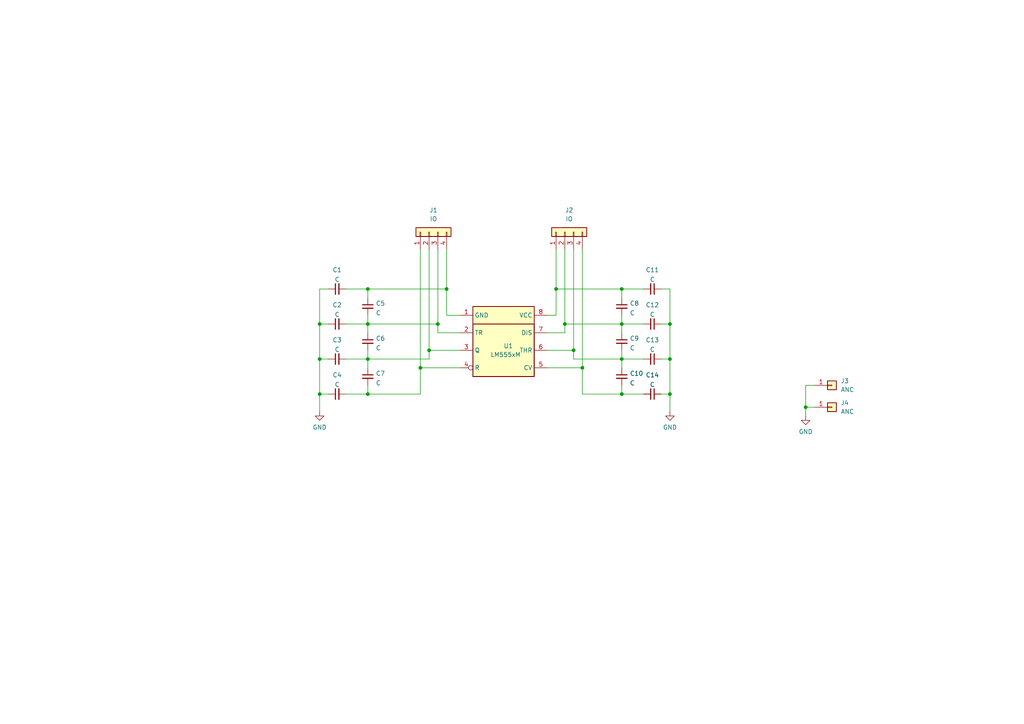
<source format=kicad_sch>
(kicad_sch (version 20211123) (generator eeschema)
  (paper "A4")
  (lib_symbols
    (symbol "Connector_Generic:Conn_01x01" (pin_names (offset 1.016) hide)
      (property "Reference" "J" (at 0 2.54 0))
      (property "Value" "Conn_01x01" (at 0 -2.54 0))
      (symbol "Conn_01x01_1_1"
        (rectangle (start -1.27 0.127) (end 0 -0.127) (stroke (width 0.1524)))
        (rectangle (start -1.27 1.27) (end 1.27 -1.27) (stroke (width 0.254)) (fill (type background)))
        (pin passive line (at -5.08 0 0) (length 3.81) (name "Pin_1") (number "1"))
      )
    )
    (symbol "Connector_Generic:Conn_01x04" (pin_names (offset 1.016) hide)
      (property "Reference" "J" (at 0 5.08 0))
      (property "Value" "Conn_01x04" (at 0 -7.62 0))
      (symbol "Conn_01x04_1_1"
        (rectangle (start -1.27 -4.953) (end 0 -5.207) (stroke (width 0.1524)))
        (rectangle (start -1.27 -2.413) (end 0 -2.667) (stroke (width 0.1524)))
        (rectangle (start -1.27 0.127) (end 0 -0.127) (stroke (width 0.1524)))
        (rectangle (start -1.27 2.667) (end 0 2.413) (stroke (width 0.1524)))
        (rectangle (start -1.27 3.81) (end 1.27 -6.35) (stroke (width 0.254)) (fill (type background)))
        (pin passive line (at -5.08 2.54 0) (length 3.81) (name "Pin_1") (number "1"))
        (pin passive line (at -5.08 0 0) (length 3.81) (name "Pin_2") (number "2"))
        (pin passive line (at -5.08 -2.54 0) (length 3.81) (name "Pin_3") (number "3"))
        (pin passive line (at -5.08 -5.08 0) (length 3.81) (name "Pin_4") (number "4"))
      )
    )
    (symbol "Device:C_Small" (pin_numbers hide) (pin_names (offset 0.254) hide)
      (property "Reference" "C" (at 0.254 1.778 0))
      (property "Value" "C_Small" (at 0.254 -2.032 0))
      (symbol "C_Small_0_1"
        (polyline (pts (xy -1.524 -0.508) (xy 1.524 -0.508)) (stroke (width 0.3302)))
        (polyline (pts (xy -1.524 0.508) (xy 1.524 0.508)) (stroke (width 0.3048)))
      )
      (symbol "C_Small_1_1"
        (pin passive line (at 0 2.54 270) (length 2.032) (name "~") (number "1"))
        (pin passive line (at 0 -2.54 90) (length 2.032) (name "~") (number "2"))
      )
    )
    (symbol "Timer:LM555xM"
      (property "Reference" "U?" (at 0 1.27 0))
      (property "Value" "LM555xM" (at -3.81 -1.27 0))
      (symbol "LM555xM_0_0"
        (pin power_in line (at -12.7 10.16 0) (length 3.81) (name "GND") (number "1"))
        (pin power_in line (at 12.7 10.16 180) (length 3.81) (name "VCC") (number "8"))
      )
      (symbol "LM555xM_0_1"
        (rectangle (start -8.89 -7.62) (end 8.89 7.62) (stroke (width 0.254)) (fill (type background)))
        (rectangle (start -8.89 12.7) (end 8.89 -7.62) (stroke (width 0.254)) (fill (type background)))
      )
      (symbol "LM555xM_1_1"
        (pin input line (at -12.7 5.08 0) (length 3.81) (name "TR") (number "2"))
        (pin output line (at -12.7 0 0) (length 3.81) (name "Q") (number "3"))
        (pin input inverted (at -12.7 -5.08 0) (length 3.81) (name "R") (number "4"))
        (pin input line (at 12.7 -5.08 180) (length 3.81) (name "CV") (number "5"))
        (pin input line (at 12.7 0 180) (length 3.81) (name "THR") (number "6"))
        (pin input line (at 12.7 5.08 180) (length 3.81) (name "DIS") (number "7"))
      )
    )
    (symbol "power:GND" (power) (pin_names (offset 0))
      (property "Value" "GND" (at 0 -3.81 0))
      (symbol "GND_0_1"
        (polyline (pts (xy 0 0) (xy 0 -1.27) (xy 1.27 -1.27) (xy 0 -2.54) (xy -1.27 -1.27) (xy 0 -1.27)))
      )
      (symbol "GND_1_1"
        (pin power_in line (at 0 0 270) (length 0) hide (name "GND") (number "1"))
      )
    )
  )
  (junction (at 180.34 83.82))
  (junction (at 124.46 101.6))
  (junction (at 194.31 114.3))
  (junction (at 166.37 101.6))
  (junction (at 163.83 93.98))
  (junction (at 106.68 83.82))
  (junction (at 106.68 114.3))
  (junction (at 233.68 118.11))
  (junction (at 180.34 93.98))
  (junction (at 168.91 106.68))
  (junction (at 106.68 93.98))
  (junction (at 129.54 83.82))
  (junction (at 194.31 93.98))
  (junction (at 161.29 83.82))
  (junction (at 106.68 104.14))
  (junction (at 127 93.98))
  (junction (at 121.92 106.68))
  (junction (at 92.71 114.3))
  (junction (at 194.31 104.14))
  (junction (at 92.71 93.98))
  (junction (at 180.34 104.14))
  (junction (at 180.34 114.3))
  (junction (at 92.71 104.14))
  (wire (pts (xy 106.68 83.82) (xy 129.54 83.82)))
  (wire (pts (xy 124.46 72.39) (xy 124.46 101.6)))
  (wire (pts (xy 100.33 83.82) (xy 106.68 83.82)))
  (wire (pts (xy 127 96.52) (xy 133.35 96.52)))
  (wire (pts (xy 191.77 83.82) (xy 194.31 83.82)))
  (wire (pts (xy 106.68 86.36) (xy 106.68 83.82)))
  (wire (pts (xy 158.75 96.52) (xy 163.83 96.52)))
  (wire (pts (xy 161.29 91.44) (xy 161.29 83.82)))
  (wire (pts (xy 166.37 72.39) (xy 166.37 101.6)))
  (wire (pts (xy 194.31 93.98) (xy 191.77 93.98)))
  (wire (pts (xy 166.37 104.14) (xy 180.34 104.14)))
  (wire (pts (xy 121.92 114.3) (xy 106.68 114.3)))
  (wire (pts (xy 158.75 106.68) (xy 168.91 106.68)))
  (wire (pts (xy 194.31 104.14) (xy 194.31 114.3)))
  (wire (pts (xy 133.35 106.68) (xy 121.92 106.68)))
  (wire (pts (xy 129.54 72.39) (xy 129.54 83.82)))
  (wire (pts (xy 106.68 114.3) (xy 106.68 111.76)))
  (wire (pts (xy 166.37 101.6) (xy 166.37 104.14)))
  (wire (pts (xy 194.31 104.14) (xy 191.77 104.14)))
  (wire (pts (xy 92.71 104.14) (xy 95.25 104.14)))
  (wire (pts (xy 133.35 101.6) (xy 124.46 101.6)))
  (wire (pts (xy 180.34 114.3) (xy 186.69 114.3)))
  (wire (pts (xy 95.25 83.82) (xy 92.71 83.82)))
  (wire (pts (xy 180.34 104.14) (xy 180.34 106.68)))
  (wire (pts (xy 92.71 93.98) (xy 95.25 93.98)))
  (wire (pts (xy 194.31 83.82) (xy 194.31 93.98)))
  (wire (pts (xy 106.68 93.98) (xy 106.68 96.52)))
  (wire (pts (xy 106.68 104.14) (xy 124.46 104.14)))
  (wire (pts (xy 100.33 93.98) (xy 106.68 93.98)))
  (wire (pts (xy 106.68 91.44) (xy 106.68 93.98)))
  (wire (pts (xy 194.31 114.3) (xy 194.31 119.38)))
  (wire (pts (xy 100.33 114.3) (xy 106.68 114.3)))
  (wire (pts (xy 161.29 72.39) (xy 161.29 83.82)))
  (wire (pts (xy 92.71 114.3) (xy 92.71 119.38)))
  (wire (pts (xy 194.31 93.98) (xy 194.31 104.14)))
  (wire (pts (xy 180.34 83.82) (xy 186.69 83.82)))
  (wire (pts (xy 180.34 101.6) (xy 180.34 104.14)))
  (wire (pts (xy 127 72.39) (xy 127 93.98)))
  (wire (pts (xy 236.22 111.76) (xy 233.68 111.76)))
  (wire (pts (xy 158.75 101.6) (xy 166.37 101.6)))
  (wire (pts (xy 180.34 114.3) (xy 180.34 111.76)))
  (wire (pts (xy 168.91 72.39) (xy 168.91 106.68)))
  (wire (pts (xy 121.92 72.39) (xy 121.92 106.68)))
  (wire (pts (xy 168.91 114.3) (xy 180.34 114.3)))
  (wire (pts (xy 100.33 104.14) (xy 106.68 104.14)))
  (wire (pts (xy 194.31 114.3) (xy 191.77 114.3)))
  (wire (pts (xy 233.68 111.76) (xy 233.68 118.11)))
  (wire (pts (xy 180.34 86.36) (xy 180.34 83.82)))
  (wire (pts (xy 163.83 93.98) (xy 180.34 93.98)))
  (wire (pts (xy 233.68 118.11) (xy 233.68 120.65)))
  (wire (pts (xy 168.91 106.68) (xy 168.91 114.3)))
  (wire (pts (xy 233.68 118.11) (xy 236.22 118.11)))
  (wire (pts (xy 163.83 96.52) (xy 163.83 93.98)))
  (wire (pts (xy 106.68 104.14) (xy 106.68 106.68)))
  (wire (pts (xy 129.54 91.44) (xy 133.35 91.44)))
  (wire (pts (xy 129.54 83.82) (xy 129.54 91.44)))
  (wire (pts (xy 163.83 72.39) (xy 163.83 93.98)))
  (wire (pts (xy 92.71 93.98) (xy 92.71 104.14)))
  (wire (pts (xy 180.34 104.14) (xy 186.69 104.14)))
  (wire (pts (xy 92.71 114.3) (xy 95.25 114.3)))
  (wire (pts (xy 180.34 91.44) (xy 180.34 93.98)))
  (wire (pts (xy 106.68 101.6) (xy 106.68 104.14)))
  (wire (pts (xy 127 93.98) (xy 127 96.52)))
  (wire (pts (xy 158.75 91.44) (xy 161.29 91.44)))
  (wire (pts (xy 180.34 93.98) (xy 186.69 93.98)))
  (wire (pts (xy 92.71 104.14) (xy 92.71 114.3)))
  (wire (pts (xy 161.29 83.82) (xy 180.34 83.82)))
  (wire (pts (xy 124.46 101.6) (xy 124.46 104.14)))
  (wire (pts (xy 92.71 83.82) (xy 92.71 93.98)))
  (wire (pts (xy 106.68 93.98) (xy 127 93.98)))
  (wire (pts (xy 180.34 93.98) (xy 180.34 96.52)))
  (wire (pts (xy 121.92 106.68) (xy 121.92 114.3)))
  (symbol (lib_id "Device:C_Small") (at 189.23 83.82 270) (mirror x) (unit 1)
    (property "Reference" "C11" (at 189.2237 78.2914 90))
    (property "Value" "C" (at 189.2237 81.0665 90))
    (property "Footprint" "Capacitor_SMD:C_0603_1608Metric" (effects hide))
  )
  (symbol (lib_id "Device:C_Small") (at 180.34 109.22 0) (unit 1)
    (property "Reference" "C10" (at 182.6641 108.3178 0) (effects (justify left)))
    (property "Value" "C" (at 182.6641 111.0929 0) (effects (justify left)))
    (property "Footprint" "Capacitor_SMD:C_0603_1608Metric" (effects hide))
  )
  (symbol (lib_id "Device:C_Small") (at 97.79 93.98 90) (unit 1)
    (property "Reference" "C2" (at 97.7963 88.4514 90))
    (property "Value" "C" (at 97.7963 91.2265 90))
    (property "Footprint" "Capacitor_SMD:C_0603_1608Metric" (effects hide))
  )
  (symbol (lib_id "Device:C_Small") (at 180.34 99.06 0) (unit 1)
    (property "Reference" "C9" (at 182.6641 98.1578 0) (effects (justify left)))
    (property "Value" "C" (at 182.6641 100.9329 0) (effects (justify left)))
    (property "Footprint" "Capacitor_SMD:C_0603_1608Metric" (effects hide))
  )
  (symbol (lib_id "Device:C_Small") (at 97.79 114.3 90) (unit 1)
    (property "Reference" "C4" (at 97.7963 108.7714 90))
    (property "Value" "C" (at 97.7963 111.5465 90))
    (property "Footprint" "Capacitor_SMD:C_0603_1608Metric" (effects hide))
  )
  (symbol (lib_id "power:GND") (at 233.68 120.65 0) (unit 1)
    (property "Reference" "#PWR03" (effects hide))
    (property "Value" "GND" (at 233.68 125.2125 0))
  )
  (symbol (lib_id "Connector_Generic:Conn_01x01") (at 241.3 118.11 0) (unit 1)
    (property "Reference" "J4" (at 243.84 116.84 0) (effects (justify left)))
    (property "Value" "ANC" (at 243.84 119.38 0) (effects (justify left)))
    (property "Footprint" "Connector_PinHeader_2.54mm:PinHeader_1x01_P2.54mm_Vertical" (effects hide))
  )
  (symbol (lib_id "Device:C_Small") (at 180.34 88.9 0) (unit 1)
    (property "Reference" "C8" (at 182.6641 87.9978 0) (effects (justify left)))
    (property "Value" "C" (at 182.6641 90.7729 0) (effects (justify left)))
    (property "Footprint" "Capacitor_SMD:C_0603_1608Metric" (effects hide))
  )
  (symbol (lib_id "Device:C_Small") (at 189.23 114.3 270) (mirror x) (unit 1)
    (property "Reference" "C14" (at 189.2237 108.7714 90))
    (property "Value" "C" (at 189.2237 111.5465 90))
    (property "Footprint" "Capacitor_SMD:C_0603_1608Metric" (effects hide))
  )
  (symbol (lib_id "Device:C_Small") (at 106.68 99.06 0) (unit 1)
    (property "Reference" "C6" (at 109.0041 98.1578 0) (effects (justify left)))
    (property "Value" "C" (at 109.0041 100.9329 0) (effects (justify left)))
    (property "Footprint" "Capacitor_SMD:C_0603_1608Metric" (effects hide))
  )
  (symbol (lib_id "Device:C_Small") (at 97.79 83.82 90) (unit 1)
    (property "Reference" "C1" (at 97.7963 78.2914 90))
    (property "Value" "C" (at 97.7963 81.0665 90))
    (property "Footprint" "Capacitor_SMD:C_0603_1608Metric" (effects hide))
  )
  (symbol (lib_id "Device:C_Small") (at 106.68 88.9 0) (unit 1)
    (property "Reference" "C5" (at 109.0041 87.9978 0) (effects (justify left)))
    (property "Value" "C" (at 109.0041 90.7729 0) (effects (justify left)))
    (property "Footprint" "Capacitor_SMD:C_0603_1608Metric" (effects hide))
  )
  (symbol (lib_id "Device:C_Small") (at 97.79 104.14 90) (unit 1)
    (property "Reference" "C3" (at 97.7963 98.6114 90))
    (property "Value" "C" (at 97.7963 101.3865 90))
    (property "Footprint" "Capacitor_SMD:C_0603_1608Metric" (effects hide))
  )
  (symbol (lib_id "Connector_Generic:Conn_01x04") (at 163.83 67.31 90) (unit 1)
    (property "Reference" "J2" (at 165.1 60.96 90))
    (property "Value" "IO" (at 165.1 63.5 90))
    (property "Footprint" "Connector_PinHeader_2.54mm:PinHeader_1x04_P2.54mm_Vertical" (effects hide))
  )
  (symbol (lib_id "Device:C_Small") (at 189.23 93.98 270) (mirror x) (unit 1)
    (property "Reference" "C12" (at 189.2237 88.4514 90))
    (property "Value" "C" (at 189.2237 91.2265 90))
    (property "Footprint" "Capacitor_SMD:C_0603_1608Metric" (effects hide))
  )
  (symbol (lib_id "Connector_Generic:Conn_01x04") (at 124.46 67.31 90) (unit 1)
    (property "Reference" "J1" (at 125.73 60.96 90))
    (property "Value" "IO" (at 125.73 63.5 90))
    (property "Footprint" "Connector_PinHeader_2.54mm:PinHeader_1x04_P2.54mm_Vertical" (effects hide))
  )
  (symbol (lib_id "power:GND") (at 194.31 119.38 0) (unit 1)
    (property "Reference" "#PWR02" (effects hide))
    (property "Value" "GND" (at 194.31 123.9425 0))
  )
  (symbol (lib_id "Connector_Generic:Conn_01x01") (at 241.3 111.76 0) (unit 1)
    (property "Reference" "J3" (at 243.84 110.49 0) (effects (justify left)))
    (property "Value" "ANC" (at 243.84 113.03 0) (effects (justify left)))
    (property "Footprint" "Connector_PinHeader_2.54mm:PinHeader_1x01_P2.54mm_Vertical" (effects hide))
  )
  (symbol (lib_id "Device:C_Small") (at 106.68 109.22 0) (unit 1)
    (property "Reference" "C7" (at 109.0041 108.3178 0) (effects (justify left)))
    (property "Value" "C" (at 109.0041 111.0929 0) (effects (justify left)))
    (property "Footprint" "Capacitor_SMD:C_0603_1608Metric" (effects hide))
  )
  (symbol (lib_id "power:GND") (at 92.71 119.38 0) (unit 1)
    (property "Reference" "#PWR01" (effects hide))
    (property "Value" "GND" (at 92.71 123.9425 0))
  )
  (symbol (lib_id "Timer:LM555xM") (at 146.05 101.6 0) (unit 1)
    (property "Reference" "U1" (at 146.05 100.33 0) (effects (justify left)))
    (property "Value" "LM555xM" (at 142.24 102.87 0) (effects (justify left)))
    (property "Footprint" "Package_SO:SOIC-8_3.9x4.9mm_P1.27mm" (effects hide))
    (property "Datasheet" "http://www.ti.com/lit/ds/symlink/lm555.pdf" (effects hide))
  )
  (symbol (lib_id "Device:C_Small") (at 189.23 104.14 270) (mirror x) (unit 1)
    (property "Reference" "C13" (at 189.2237 98.6114 90))
    (property "Value" "C" (at 189.2237 101.3865 90))
    (property "Footprint" "Capacitor_SMD:C_0603_1608Metric" (effects hide))
  )
)
</source>
